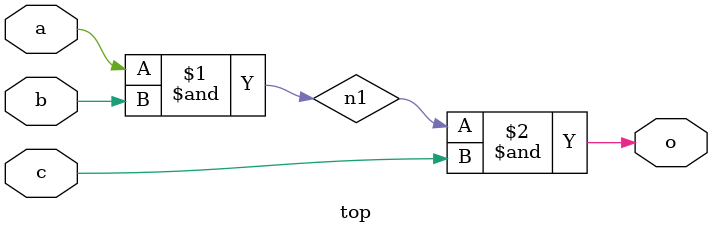
<source format=v>
module top(o, a, b, c);
input a, b, c;
output o;
wire n1;
and g1(n1, a, b);
and g2(o, n1, c);
endmodule
</source>
